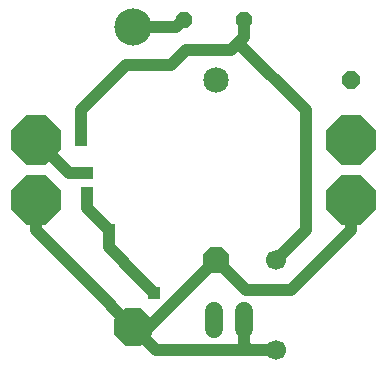
<source format=gbl>
G75*
G70*
%OFA0B0*%
%FSLAX24Y24*%
%IPPOS*%
%LPD*%
%AMOC8*
5,1,8,0,0,1.08239X$1,22.5*
%
%ADD10C,0.0669*%
%ADD11C,0.0850*%
%ADD12OC8,0.0850*%
%ADD13OC8,0.0520*%
%ADD14C,0.1240*%
%ADD15OC8,0.1240*%
%ADD16C,0.0600*%
%ADD17R,0.0433X0.0394*%
%ADD18OC8,0.1640*%
%ADD19OC8,0.0600*%
%ADD20C,0.0400*%
%ADD21R,0.0400X0.0400*%
D10*
X009191Y001155D03*
X009191Y004155D03*
D11*
X007191Y010155D03*
D12*
X007191Y004155D03*
D13*
X008117Y012175D03*
X006117Y012175D03*
D14*
X004416Y011912D03*
D15*
X004416Y001912D03*
D16*
X007129Y001874D02*
X007129Y002474D01*
X008129Y002474D02*
X008129Y001874D01*
D17*
X002904Y006395D03*
X002904Y007065D03*
D18*
X001191Y006155D03*
X001191Y008155D03*
X011691Y008155D03*
X011691Y006155D03*
D19*
X011691Y010155D03*
D20*
X003691Y002636D02*
X004416Y001912D01*
X004673Y001655D01*
X004691Y001655D01*
X005191Y001155D01*
X008291Y001155D01*
X008129Y001318D01*
X008129Y002174D01*
X008191Y003155D02*
X007191Y004155D01*
X004967Y001931D01*
X004416Y001931D01*
X003691Y002636D02*
X003691Y002655D01*
X001191Y005155D01*
X001191Y006155D01*
X002282Y007065D02*
X001191Y008155D01*
X002282Y007065D02*
X002904Y007065D01*
X002904Y006395D02*
X002904Y005893D01*
X003641Y005155D01*
X003641Y004605D01*
X004141Y004105D01*
X004141Y004055D01*
X005141Y003055D01*
X008191Y003155D02*
X009691Y003155D01*
X011691Y005155D01*
X011691Y006155D01*
X010191Y005155D02*
X010191Y009155D01*
X007941Y011405D01*
X008117Y011580D01*
X008117Y012175D01*
X007941Y011405D02*
X007691Y011155D01*
X006191Y011155D01*
X005691Y010655D01*
X004191Y010655D01*
X002691Y009155D01*
X002691Y008155D01*
X004416Y011912D02*
X005854Y011912D01*
X006117Y012175D01*
X010191Y005155D02*
X009191Y004155D01*
X009191Y001155D02*
X008291Y001155D01*
D21*
X005141Y003055D03*
X003641Y005155D03*
X002691Y008155D03*
M02*

</source>
